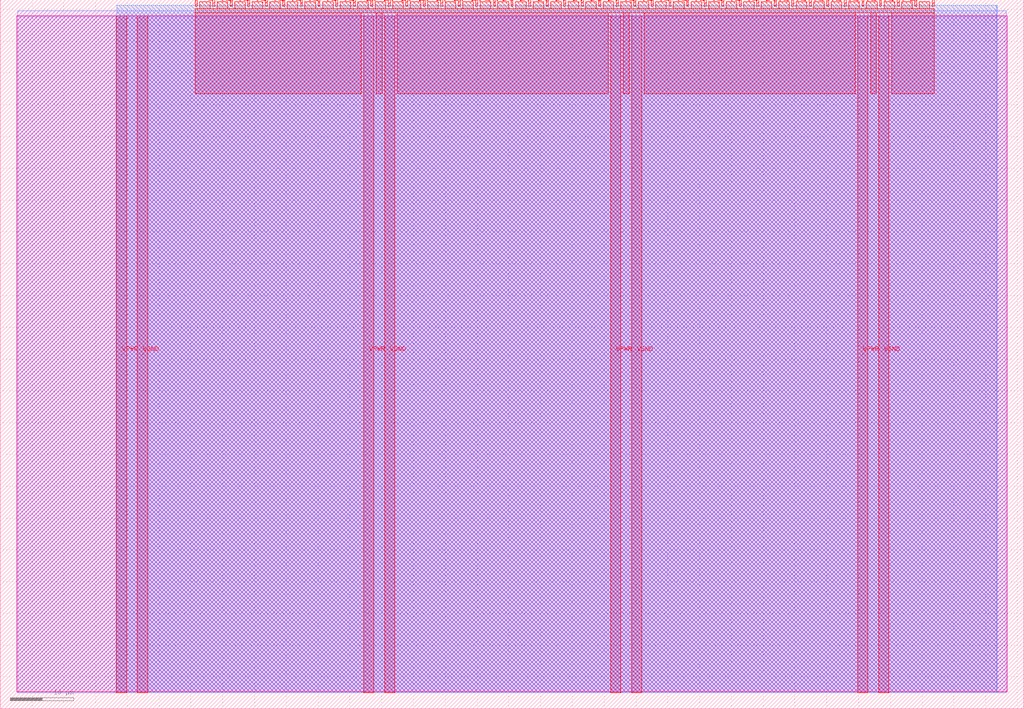
<source format=lef>
VERSION 5.7 ;
  NOWIREEXTENSIONATPIN ON ;
  DIVIDERCHAR "/" ;
  BUSBITCHARS "[]" ;
MACRO tt_um_patrick_lin_git_mcht_trx
  CLASS BLOCK ;
  FOREIGN tt_um_patrick_lin_git_mcht_trx ;
  ORIGIN 0.000 0.000 ;
  SIZE 161.000 BY 111.520 ;
  PIN VGND
    DIRECTION INOUT ;
    USE GROUND ;
    PORT
      LAYER met4 ;
        RECT 21.580 2.480 23.180 109.040 ;
    END
    PORT
      LAYER met4 ;
        RECT 60.450 2.480 62.050 109.040 ;
    END
    PORT
      LAYER met4 ;
        RECT 99.320 2.480 100.920 109.040 ;
    END
    PORT
      LAYER met4 ;
        RECT 138.190 2.480 139.790 109.040 ;
    END
  END VGND
  PIN VPWR
    DIRECTION INOUT ;
    USE POWER ;
    PORT
      LAYER met4 ;
        RECT 18.280 2.480 19.880 109.040 ;
    END
    PORT
      LAYER met4 ;
        RECT 57.150 2.480 58.750 109.040 ;
    END
    PORT
      LAYER met4 ;
        RECT 96.020 2.480 97.620 109.040 ;
    END
    PORT
      LAYER met4 ;
        RECT 134.890 2.480 136.490 109.040 ;
    END
  END VPWR
  PIN clk
    DIRECTION INPUT ;
    USE SIGNAL ;
    ANTENNAGATEAREA 0.852000 ;
    PORT
      LAYER met4 ;
        RECT 143.830 110.520 144.130 111.520 ;
    END
  END clk
  PIN ena
    DIRECTION INPUT ;
    USE SIGNAL ;
    ANTENNAGATEAREA 0.196500 ;
    PORT
      LAYER met4 ;
        RECT 146.590 110.520 146.890 111.520 ;
    END
  END ena
  PIN rst_n
    DIRECTION INPUT ;
    USE SIGNAL ;
    ANTENNAGATEAREA 0.196500 ;
    PORT
      LAYER met4 ;
        RECT 141.070 110.520 141.370 111.520 ;
    END
  END rst_n
  PIN ui_in[0]
    DIRECTION INPUT ;
    USE SIGNAL ;
    ANTENNAGATEAREA 0.852000 ;
    PORT
      LAYER met4 ;
        RECT 138.310 110.520 138.610 111.520 ;
    END
  END ui_in[0]
  PIN ui_in[1]
    DIRECTION INPUT ;
    USE SIGNAL ;
    ANTENNAGATEAREA 0.126000 ;
    PORT
      LAYER met4 ;
        RECT 135.550 110.520 135.850 111.520 ;
    END
  END ui_in[1]
  PIN ui_in[2]
    DIRECTION INPUT ;
    USE SIGNAL ;
    ANTENNAGATEAREA 0.196500 ;
    PORT
      LAYER met4 ;
        RECT 132.790 110.520 133.090 111.520 ;
    END
  END ui_in[2]
  PIN ui_in[3]
    DIRECTION INPUT ;
    USE SIGNAL ;
    ANTENNAGATEAREA 0.126000 ;
    PORT
      LAYER met4 ;
        RECT 130.030 110.520 130.330 111.520 ;
    END
  END ui_in[3]
  PIN ui_in[4]
    DIRECTION INPUT ;
    USE SIGNAL ;
    PORT
      LAYER met4 ;
        RECT 127.270 110.520 127.570 111.520 ;
    END
  END ui_in[4]
  PIN ui_in[5]
    DIRECTION INPUT ;
    USE SIGNAL ;
    ANTENNAGATEAREA 0.126000 ;
    PORT
      LAYER met4 ;
        RECT 124.510 110.520 124.810 111.520 ;
    END
  END ui_in[5]
  PIN ui_in[6]
    DIRECTION INPUT ;
    USE SIGNAL ;
    ANTENNAGATEAREA 0.126000 ;
    PORT
      LAYER met4 ;
        RECT 121.750 110.520 122.050 111.520 ;
    END
  END ui_in[6]
  PIN ui_in[7]
    DIRECTION INPUT ;
    USE SIGNAL ;
    ANTENNAGATEAREA 0.126000 ;
    PORT
      LAYER met4 ;
        RECT 118.990 110.520 119.290 111.520 ;
    END
  END ui_in[7]
  PIN uio_in[0]
    DIRECTION INPUT ;
    USE SIGNAL ;
    ANTENNAGATEAREA 0.196500 ;
    PORT
      LAYER met4 ;
        RECT 116.230 110.520 116.530 111.520 ;
    END
  END uio_in[0]
  PIN uio_in[1]
    DIRECTION INPUT ;
    USE SIGNAL ;
    ANTENNAGATEAREA 0.196500 ;
    PORT
      LAYER met4 ;
        RECT 113.470 110.520 113.770 111.520 ;
    END
  END uio_in[1]
  PIN uio_in[2]
    DIRECTION INPUT ;
    USE SIGNAL ;
    ANTENNAGATEAREA 0.196500 ;
    PORT
      LAYER met4 ;
        RECT 110.710 110.520 111.010 111.520 ;
    END
  END uio_in[2]
  PIN uio_in[3]
    DIRECTION INPUT ;
    USE SIGNAL ;
    ANTENNAGATEAREA 0.196500 ;
    PORT
      LAYER met4 ;
        RECT 107.950 110.520 108.250 111.520 ;
    END
  END uio_in[3]
  PIN uio_in[4]
    DIRECTION INPUT ;
    USE SIGNAL ;
    ANTENNAGATEAREA 0.196500 ;
    PORT
      LAYER met4 ;
        RECT 105.190 110.520 105.490 111.520 ;
    END
  END uio_in[4]
  PIN uio_in[5]
    DIRECTION INPUT ;
    USE SIGNAL ;
    ANTENNAGATEAREA 0.196500 ;
    PORT
      LAYER met4 ;
        RECT 102.430 110.520 102.730 111.520 ;
    END
  END uio_in[5]
  PIN uio_in[6]
    DIRECTION INPUT ;
    USE SIGNAL ;
    ANTENNAGATEAREA 0.196500 ;
    PORT
      LAYER met4 ;
        RECT 99.670 110.520 99.970 111.520 ;
    END
  END uio_in[6]
  PIN uio_in[7]
    DIRECTION INPUT ;
    USE SIGNAL ;
    ANTENNAGATEAREA 0.196500 ;
    PORT
      LAYER met4 ;
        RECT 96.910 110.520 97.210 111.520 ;
    END
  END uio_in[7]
  PIN uio_oe[0]
    DIRECTION OUTPUT ;
    USE SIGNAL ;
    ANTENNADIFFAREA 0.445500 ;
    PORT
      LAYER met4 ;
        RECT 49.990 110.520 50.290 111.520 ;
    END
  END uio_oe[0]
  PIN uio_oe[1]
    DIRECTION OUTPUT ;
    USE SIGNAL ;
    ANTENNADIFFAREA 0.445500 ;
    PORT
      LAYER met4 ;
        RECT 47.230 110.520 47.530 111.520 ;
    END
  END uio_oe[1]
  PIN uio_oe[2]
    DIRECTION OUTPUT ;
    USE SIGNAL ;
    ANTENNADIFFAREA 0.445500 ;
    PORT
      LAYER met4 ;
        RECT 44.470 110.520 44.770 111.520 ;
    END
  END uio_oe[2]
  PIN uio_oe[3]
    DIRECTION OUTPUT ;
    USE SIGNAL ;
    ANTENNADIFFAREA 0.445500 ;
    PORT
      LAYER met4 ;
        RECT 41.710 110.520 42.010 111.520 ;
    END
  END uio_oe[3]
  PIN uio_oe[4]
    DIRECTION OUTPUT ;
    USE SIGNAL ;
    ANTENNADIFFAREA 0.445500 ;
    PORT
      LAYER met4 ;
        RECT 38.950 110.520 39.250 111.520 ;
    END
  END uio_oe[4]
  PIN uio_oe[5]
    DIRECTION OUTPUT ;
    USE SIGNAL ;
    ANTENNADIFFAREA 0.445500 ;
    PORT
      LAYER met4 ;
        RECT 36.190 110.520 36.490 111.520 ;
    END
  END uio_oe[5]
  PIN uio_oe[6]
    DIRECTION OUTPUT ;
    USE SIGNAL ;
    ANTENNADIFFAREA 0.445500 ;
    PORT
      LAYER met4 ;
        RECT 33.430 110.520 33.730 111.520 ;
    END
  END uio_oe[6]
  PIN uio_oe[7]
    DIRECTION OUTPUT ;
    USE SIGNAL ;
    ANTENNAGATEAREA 1.272000 ;
    ANTENNADIFFAREA 0.429000 ;
    PORT
      LAYER met4 ;
        RECT 30.670 110.520 30.970 111.520 ;
    END
  END uio_oe[7]
  PIN uio_out[0]
    DIRECTION OUTPUT ;
    USE SIGNAL ;
    ANTENNAGATEAREA 0.499500 ;
    ANTENNADIFFAREA 0.891000 ;
    PORT
      LAYER met4 ;
        RECT 72.070 110.520 72.370 111.520 ;
    END
  END uio_out[0]
  PIN uio_out[1]
    DIRECTION OUTPUT ;
    USE SIGNAL ;
    ANTENNAGATEAREA 0.495000 ;
    ANTENNADIFFAREA 0.891000 ;
    PORT
      LAYER met4 ;
        RECT 69.310 110.520 69.610 111.520 ;
    END
  END uio_out[1]
  PIN uio_out[2]
    DIRECTION OUTPUT ;
    USE SIGNAL ;
    ANTENNAGATEAREA 0.495000 ;
    ANTENNADIFFAREA 0.891000 ;
    PORT
      LAYER met4 ;
        RECT 66.550 110.520 66.850 111.520 ;
    END
  END uio_out[2]
  PIN uio_out[3]
    DIRECTION OUTPUT ;
    USE SIGNAL ;
    ANTENNAGATEAREA 0.621000 ;
    ANTENNADIFFAREA 0.891000 ;
    PORT
      LAYER met4 ;
        RECT 63.790 110.520 64.090 111.520 ;
    END
  END uio_out[3]
  PIN uio_out[4]
    DIRECTION OUTPUT ;
    USE SIGNAL ;
    ANTENNAGATEAREA 0.742500 ;
    ANTENNADIFFAREA 0.891000 ;
    PORT
      LAYER met4 ;
        RECT 61.030 110.520 61.330 111.520 ;
    END
  END uio_out[4]
  PIN uio_out[5]
    DIRECTION OUTPUT ;
    USE SIGNAL ;
    ANTENNAGATEAREA 0.495000 ;
    ANTENNADIFFAREA 0.891000 ;
    PORT
      LAYER met4 ;
        RECT 58.270 110.520 58.570 111.520 ;
    END
  END uio_out[5]
  PIN uio_out[6]
    DIRECTION OUTPUT ;
    USE SIGNAL ;
    ANTENNAGATEAREA 0.495000 ;
    ANTENNADIFFAREA 0.891000 ;
    PORT
      LAYER met4 ;
        RECT 55.510 110.520 55.810 111.520 ;
    END
  END uio_out[6]
  PIN uio_out[7]
    DIRECTION OUTPUT ;
    USE SIGNAL ;
    ANTENNAGATEAREA 0.621000 ;
    ANTENNADIFFAREA 0.891000 ;
    PORT
      LAYER met4 ;
        RECT 52.750 110.520 53.050 111.520 ;
    END
  END uio_out[7]
  PIN uo_out[0]
    DIRECTION OUTPUT ;
    USE SIGNAL ;
    ANTENNADIFFAREA 0.445500 ;
    PORT
      LAYER met4 ;
        RECT 94.150 110.520 94.450 111.520 ;
    END
  END uo_out[0]
  PIN uo_out[1]
    DIRECTION OUTPUT ;
    USE SIGNAL ;
    ANTENNADIFFAREA 0.445500 ;
    PORT
      LAYER met4 ;
        RECT 91.390 110.520 91.690 111.520 ;
    END
  END uo_out[1]
  PIN uo_out[2]
    DIRECTION OUTPUT ;
    USE SIGNAL ;
    ANTENNADIFFAREA 0.429000 ;
    PORT
      LAYER met4 ;
        RECT 88.630 110.520 88.930 111.520 ;
    END
  END uo_out[2]
  PIN uo_out[3]
    DIRECTION OUTPUT ;
    USE SIGNAL ;
    ANTENNADIFFAREA 0.643500 ;
    PORT
      LAYER met4 ;
        RECT 85.870 110.520 86.170 111.520 ;
    END
  END uo_out[3]
  PIN uo_out[4]
    DIRECTION OUTPUT ;
    USE SIGNAL ;
    ANTENNADIFFAREA 0.445500 ;
    PORT
      LAYER met4 ;
        RECT 83.110 110.520 83.410 111.520 ;
    END
  END uo_out[4]
  PIN uo_out[5]
    DIRECTION OUTPUT ;
    USE SIGNAL ;
    ANTENNADIFFAREA 0.924000 ;
    PORT
      LAYER met4 ;
        RECT 80.350 110.520 80.650 111.520 ;
    END
  END uo_out[5]
  PIN uo_out[6]
    DIRECTION OUTPUT ;
    USE SIGNAL ;
    ANTENNADIFFAREA 0.643500 ;
    PORT
      LAYER met4 ;
        RECT 77.590 110.520 77.890 111.520 ;
    END
  END uo_out[6]
  PIN uo_out[7]
    DIRECTION OUTPUT ;
    USE SIGNAL ;
    ANTENNADIFFAREA 0.445500 ;
    PORT
      LAYER met4 ;
        RECT 74.830 110.520 75.130 111.520 ;
    END
  END uo_out[7]
  OBS
      LAYER nwell ;
        RECT 2.570 2.635 158.430 108.990 ;
      LAYER li1 ;
        RECT 2.760 2.635 158.240 108.885 ;
      LAYER met1 ;
        RECT 2.760 2.480 158.240 109.780 ;
      LAYER met2 ;
        RECT 18.310 2.535 156.770 110.685 ;
      LAYER met3 ;
        RECT 18.290 2.555 156.795 110.665 ;
      LAYER met4 ;
        RECT 31.370 110.120 33.030 111.170 ;
        RECT 34.130 110.120 35.790 111.170 ;
        RECT 36.890 110.120 38.550 111.170 ;
        RECT 39.650 110.120 41.310 111.170 ;
        RECT 42.410 110.120 44.070 111.170 ;
        RECT 45.170 110.120 46.830 111.170 ;
        RECT 47.930 110.120 49.590 111.170 ;
        RECT 50.690 110.120 52.350 111.170 ;
        RECT 53.450 110.120 55.110 111.170 ;
        RECT 56.210 110.120 57.870 111.170 ;
        RECT 58.970 110.120 60.630 111.170 ;
        RECT 61.730 110.120 63.390 111.170 ;
        RECT 64.490 110.120 66.150 111.170 ;
        RECT 67.250 110.120 68.910 111.170 ;
        RECT 70.010 110.120 71.670 111.170 ;
        RECT 72.770 110.120 74.430 111.170 ;
        RECT 75.530 110.120 77.190 111.170 ;
        RECT 78.290 110.120 79.950 111.170 ;
        RECT 81.050 110.120 82.710 111.170 ;
        RECT 83.810 110.120 85.470 111.170 ;
        RECT 86.570 110.120 88.230 111.170 ;
        RECT 89.330 110.120 90.990 111.170 ;
        RECT 92.090 110.120 93.750 111.170 ;
        RECT 94.850 110.120 96.510 111.170 ;
        RECT 97.610 110.120 99.270 111.170 ;
        RECT 100.370 110.120 102.030 111.170 ;
        RECT 103.130 110.120 104.790 111.170 ;
        RECT 105.890 110.120 107.550 111.170 ;
        RECT 108.650 110.120 110.310 111.170 ;
        RECT 111.410 110.120 113.070 111.170 ;
        RECT 114.170 110.120 115.830 111.170 ;
        RECT 116.930 110.120 118.590 111.170 ;
        RECT 119.690 110.120 121.350 111.170 ;
        RECT 122.450 110.120 124.110 111.170 ;
        RECT 125.210 110.120 126.870 111.170 ;
        RECT 127.970 110.120 129.630 111.170 ;
        RECT 130.730 110.120 132.390 111.170 ;
        RECT 133.490 110.120 135.150 111.170 ;
        RECT 136.250 110.120 137.910 111.170 ;
        RECT 139.010 110.120 140.670 111.170 ;
        RECT 141.770 110.120 143.430 111.170 ;
        RECT 144.530 110.120 146.190 111.170 ;
        RECT 30.655 109.440 146.905 110.120 ;
        RECT 30.655 96.735 56.750 109.440 ;
        RECT 59.150 96.735 60.050 109.440 ;
        RECT 62.450 96.735 95.620 109.440 ;
        RECT 98.020 96.735 98.920 109.440 ;
        RECT 101.320 96.735 134.490 109.440 ;
        RECT 136.890 96.735 137.790 109.440 ;
        RECT 140.190 96.735 146.905 109.440 ;
  END
END tt_um_patrick_lin_git_mcht_trx
END LIBRARY


</source>
